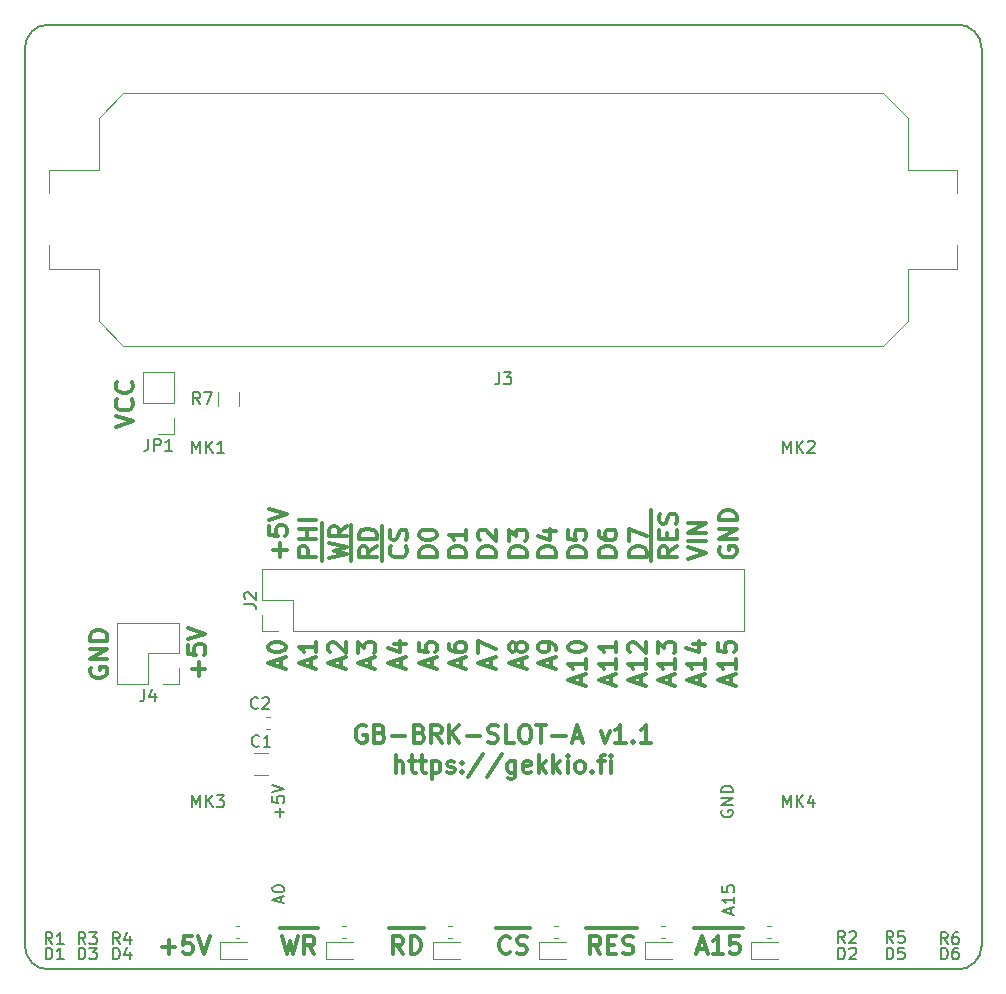
<source format=gbr>
G04 #@! TF.GenerationSoftware,KiCad,Pcbnew,5.1.6-c6e7f7d~86~ubuntu20.04.1*
G04 #@! TF.CreationDate,2020-05-17T15:58:24+03:00*
G04 #@! TF.ProjectId,GB-BRK-SLOT-A,47422d42-524b-42d5-934c-4f542d412e6b,v1.1*
G04 #@! TF.SameCoordinates,Original*
G04 #@! TF.FileFunction,Legend,Top*
G04 #@! TF.FilePolarity,Positive*
%FSLAX46Y46*%
G04 Gerber Fmt 4.6, Leading zero omitted, Abs format (unit mm)*
G04 Created by KiCad (PCBNEW 5.1.6-c6e7f7d~86~ubuntu20.04.1) date 2020-05-17 15:58:24*
%MOMM*%
%LPD*%
G01*
G04 APERTURE LIST*
G04 #@! TA.AperFunction,Profile*
%ADD10C,0.150000*%
G04 #@! TD*
%ADD11C,0.300000*%
%ADD12C,0.150000*%
%ADD13C,0.120000*%
G04 APERTURE END LIST*
D10*
X128000000Y-148000000D02*
G75*
G02*
X126000000Y-150000000I-2000000J0D01*
G01*
X49000000Y-150000000D02*
G75*
G02*
X47000000Y-148000000I0J2000000D01*
G01*
X47000000Y-72000000D02*
G75*
G02*
X49000000Y-70000000I2000000J0D01*
G01*
X126000000Y-70000000D02*
G75*
G02*
X128000000Y-72000000I0J-2000000D01*
G01*
D11*
X54678571Y-104100000D02*
X56178571Y-103600000D01*
X54678571Y-103100000D01*
X56035714Y-101742857D02*
X56107142Y-101814285D01*
X56178571Y-102028571D01*
X56178571Y-102171428D01*
X56107142Y-102385714D01*
X55964285Y-102528571D01*
X55821428Y-102600000D01*
X55535714Y-102671428D01*
X55321428Y-102671428D01*
X55035714Y-102600000D01*
X54892857Y-102528571D01*
X54750000Y-102385714D01*
X54678571Y-102171428D01*
X54678571Y-102028571D01*
X54750000Y-101814285D01*
X54821428Y-101742857D01*
X56035714Y-100242857D02*
X56107142Y-100314285D01*
X56178571Y-100528571D01*
X56178571Y-100671428D01*
X56107142Y-100885714D01*
X55964285Y-101028571D01*
X55821428Y-101100000D01*
X55535714Y-101171428D01*
X55321428Y-101171428D01*
X55035714Y-101100000D01*
X54892857Y-101028571D01*
X54750000Y-100885714D01*
X54678571Y-100671428D01*
X54678571Y-100528571D01*
X54750000Y-100314285D01*
X54821428Y-100242857D01*
X52560000Y-124442857D02*
X52488571Y-124585714D01*
X52488571Y-124800000D01*
X52560000Y-125014285D01*
X52702857Y-125157142D01*
X52845714Y-125228571D01*
X53131428Y-125300000D01*
X53345714Y-125300000D01*
X53631428Y-125228571D01*
X53774285Y-125157142D01*
X53917142Y-125014285D01*
X53988571Y-124800000D01*
X53988571Y-124657142D01*
X53917142Y-124442857D01*
X53845714Y-124371428D01*
X53345714Y-124371428D01*
X53345714Y-124657142D01*
X53988571Y-123728571D02*
X52488571Y-123728571D01*
X53988571Y-122871428D01*
X52488571Y-122871428D01*
X53988571Y-122157142D02*
X52488571Y-122157142D01*
X52488571Y-121800000D01*
X52560000Y-121585714D01*
X52702857Y-121442857D01*
X52845714Y-121371428D01*
X53131428Y-121300000D01*
X53345714Y-121300000D01*
X53631428Y-121371428D01*
X53774285Y-121442857D01*
X53917142Y-121585714D01*
X53988571Y-121800000D01*
X53988571Y-122157142D01*
X61717142Y-125128571D02*
X61717142Y-123985714D01*
X62288571Y-124557142D02*
X61145714Y-124557142D01*
X60788571Y-122557142D02*
X60788571Y-123271428D01*
X61502857Y-123342857D01*
X61431428Y-123271428D01*
X61360000Y-123128571D01*
X61360000Y-122771428D01*
X61431428Y-122628571D01*
X61502857Y-122557142D01*
X61645714Y-122485714D01*
X62002857Y-122485714D01*
X62145714Y-122557142D01*
X62217142Y-122628571D01*
X62288571Y-122771428D01*
X62288571Y-123128571D01*
X62217142Y-123271428D01*
X62145714Y-123342857D01*
X60788571Y-122057142D02*
X62288571Y-121557142D01*
X60788571Y-121057142D01*
X68607142Y-115047857D02*
X68607142Y-113905000D01*
X69178571Y-114476428D02*
X68035714Y-114476428D01*
X67678571Y-112476428D02*
X67678571Y-113190714D01*
X68392857Y-113262142D01*
X68321428Y-113190714D01*
X68250000Y-113047857D01*
X68250000Y-112690714D01*
X68321428Y-112547857D01*
X68392857Y-112476428D01*
X68535714Y-112405000D01*
X68892857Y-112405000D01*
X69035714Y-112476428D01*
X69107142Y-112547857D01*
X69178571Y-112690714D01*
X69178571Y-113047857D01*
X69107142Y-113190714D01*
X69035714Y-113262142D01*
X67678571Y-111976428D02*
X69178571Y-111476428D01*
X67678571Y-110976428D01*
X71678571Y-115047857D02*
X70178571Y-115047857D01*
X70178571Y-114476428D01*
X70250000Y-114333571D01*
X70321428Y-114262142D01*
X70464285Y-114190714D01*
X70678571Y-114190714D01*
X70821428Y-114262142D01*
X70892857Y-114333571D01*
X70964285Y-114476428D01*
X70964285Y-115047857D01*
X71678571Y-113547857D02*
X70178571Y-113547857D01*
X70892857Y-113547857D02*
X70892857Y-112690714D01*
X71678571Y-112690714D02*
X70178571Y-112690714D01*
X71678571Y-111976428D02*
X70178571Y-111976428D01*
X72130000Y-115405000D02*
X72130000Y-113690714D01*
X72778571Y-115190714D02*
X74278571Y-114833571D01*
X73207142Y-114547857D01*
X74278571Y-114262142D01*
X72778571Y-113905000D01*
X72130000Y-113690714D02*
X72130000Y-112190714D01*
X74278571Y-112476428D02*
X73564285Y-112976428D01*
X74278571Y-113333571D02*
X72778571Y-113333571D01*
X72778571Y-112762142D01*
X72850000Y-112619285D01*
X72921428Y-112547857D01*
X73064285Y-112476428D01*
X73278571Y-112476428D01*
X73421428Y-112547857D01*
X73492857Y-112619285D01*
X73564285Y-112762142D01*
X73564285Y-113333571D01*
X74630000Y-115405000D02*
X74630000Y-113905000D01*
X76778571Y-114190714D02*
X76064285Y-114690714D01*
X76778571Y-115047857D02*
X75278571Y-115047857D01*
X75278571Y-114476428D01*
X75350000Y-114333571D01*
X75421428Y-114262142D01*
X75564285Y-114190714D01*
X75778571Y-114190714D01*
X75921428Y-114262142D01*
X75992857Y-114333571D01*
X76064285Y-114476428D01*
X76064285Y-115047857D01*
X74630000Y-113905000D02*
X74630000Y-112405000D01*
X76778571Y-113547857D02*
X75278571Y-113547857D01*
X75278571Y-113190714D01*
X75350000Y-112976428D01*
X75492857Y-112833571D01*
X75635714Y-112762142D01*
X75921428Y-112690714D01*
X76135714Y-112690714D01*
X76421428Y-112762142D01*
X76564285Y-112833571D01*
X76707142Y-112976428D01*
X76778571Y-113190714D01*
X76778571Y-113547857D01*
X77230000Y-115405000D02*
X77230000Y-113905000D01*
X79235714Y-114190714D02*
X79307142Y-114262142D01*
X79378571Y-114476428D01*
X79378571Y-114619285D01*
X79307142Y-114833571D01*
X79164285Y-114976428D01*
X79021428Y-115047857D01*
X78735714Y-115119285D01*
X78521428Y-115119285D01*
X78235714Y-115047857D01*
X78092857Y-114976428D01*
X77950000Y-114833571D01*
X77878571Y-114619285D01*
X77878571Y-114476428D01*
X77950000Y-114262142D01*
X78021428Y-114190714D01*
X77230000Y-113905000D02*
X77230000Y-112476428D01*
X79307142Y-113619285D02*
X79378571Y-113405000D01*
X79378571Y-113047857D01*
X79307142Y-112905000D01*
X79235714Y-112833571D01*
X79092857Y-112762142D01*
X78950000Y-112762142D01*
X78807142Y-112833571D01*
X78735714Y-112905000D01*
X78664285Y-113047857D01*
X78592857Y-113333571D01*
X78521428Y-113476428D01*
X78450000Y-113547857D01*
X78307142Y-113619285D01*
X78164285Y-113619285D01*
X78021428Y-113547857D01*
X77950000Y-113476428D01*
X77878571Y-113333571D01*
X77878571Y-112976428D01*
X77950000Y-112762142D01*
X81878571Y-115047857D02*
X80378571Y-115047857D01*
X80378571Y-114690714D01*
X80450000Y-114476428D01*
X80592857Y-114333571D01*
X80735714Y-114262142D01*
X81021428Y-114190714D01*
X81235714Y-114190714D01*
X81521428Y-114262142D01*
X81664285Y-114333571D01*
X81807142Y-114476428D01*
X81878571Y-114690714D01*
X81878571Y-115047857D01*
X80378571Y-113262142D02*
X80378571Y-113119285D01*
X80450000Y-112976428D01*
X80521428Y-112905000D01*
X80664285Y-112833571D01*
X80950000Y-112762142D01*
X81307142Y-112762142D01*
X81592857Y-112833571D01*
X81735714Y-112905000D01*
X81807142Y-112976428D01*
X81878571Y-113119285D01*
X81878571Y-113262142D01*
X81807142Y-113405000D01*
X81735714Y-113476428D01*
X81592857Y-113547857D01*
X81307142Y-113619285D01*
X80950000Y-113619285D01*
X80664285Y-113547857D01*
X80521428Y-113476428D01*
X80450000Y-113405000D01*
X80378571Y-113262142D01*
X84378571Y-115047857D02*
X82878571Y-115047857D01*
X82878571Y-114690714D01*
X82950000Y-114476428D01*
X83092857Y-114333571D01*
X83235714Y-114262142D01*
X83521428Y-114190714D01*
X83735714Y-114190714D01*
X84021428Y-114262142D01*
X84164285Y-114333571D01*
X84307142Y-114476428D01*
X84378571Y-114690714D01*
X84378571Y-115047857D01*
X84378571Y-112762142D02*
X84378571Y-113619285D01*
X84378571Y-113190714D02*
X82878571Y-113190714D01*
X83092857Y-113333571D01*
X83235714Y-113476428D01*
X83307142Y-113619285D01*
X86878571Y-115047857D02*
X85378571Y-115047857D01*
X85378571Y-114690714D01*
X85450000Y-114476428D01*
X85592857Y-114333571D01*
X85735714Y-114262142D01*
X86021428Y-114190714D01*
X86235714Y-114190714D01*
X86521428Y-114262142D01*
X86664285Y-114333571D01*
X86807142Y-114476428D01*
X86878571Y-114690714D01*
X86878571Y-115047857D01*
X85521428Y-113619285D02*
X85450000Y-113547857D01*
X85378571Y-113405000D01*
X85378571Y-113047857D01*
X85450000Y-112905000D01*
X85521428Y-112833571D01*
X85664285Y-112762142D01*
X85807142Y-112762142D01*
X86021428Y-112833571D01*
X86878571Y-113690714D01*
X86878571Y-112762142D01*
X89478571Y-115047857D02*
X87978571Y-115047857D01*
X87978571Y-114690714D01*
X88050000Y-114476428D01*
X88192857Y-114333571D01*
X88335714Y-114262142D01*
X88621428Y-114190714D01*
X88835714Y-114190714D01*
X89121428Y-114262142D01*
X89264285Y-114333571D01*
X89407142Y-114476428D01*
X89478571Y-114690714D01*
X89478571Y-115047857D01*
X87978571Y-113690714D02*
X87978571Y-112762142D01*
X88550000Y-113262142D01*
X88550000Y-113047857D01*
X88621428Y-112905000D01*
X88692857Y-112833571D01*
X88835714Y-112762142D01*
X89192857Y-112762142D01*
X89335714Y-112833571D01*
X89407142Y-112905000D01*
X89478571Y-113047857D01*
X89478571Y-113476428D01*
X89407142Y-113619285D01*
X89335714Y-113690714D01*
X91978571Y-115047857D02*
X90478571Y-115047857D01*
X90478571Y-114690714D01*
X90550000Y-114476428D01*
X90692857Y-114333571D01*
X90835714Y-114262142D01*
X91121428Y-114190714D01*
X91335714Y-114190714D01*
X91621428Y-114262142D01*
X91764285Y-114333571D01*
X91907142Y-114476428D01*
X91978571Y-114690714D01*
X91978571Y-115047857D01*
X90978571Y-112905000D02*
X91978571Y-112905000D01*
X90407142Y-113262142D02*
X91478571Y-113619285D01*
X91478571Y-112690714D01*
X94478571Y-115047857D02*
X92978571Y-115047857D01*
X92978571Y-114690714D01*
X93050000Y-114476428D01*
X93192857Y-114333571D01*
X93335714Y-114262142D01*
X93621428Y-114190714D01*
X93835714Y-114190714D01*
X94121428Y-114262142D01*
X94264285Y-114333571D01*
X94407142Y-114476428D01*
X94478571Y-114690714D01*
X94478571Y-115047857D01*
X92978571Y-112833571D02*
X92978571Y-113547857D01*
X93692857Y-113619285D01*
X93621428Y-113547857D01*
X93550000Y-113405000D01*
X93550000Y-113047857D01*
X93621428Y-112905000D01*
X93692857Y-112833571D01*
X93835714Y-112762142D01*
X94192857Y-112762142D01*
X94335714Y-112833571D01*
X94407142Y-112905000D01*
X94478571Y-113047857D01*
X94478571Y-113405000D01*
X94407142Y-113547857D01*
X94335714Y-113619285D01*
X97078571Y-115047857D02*
X95578571Y-115047857D01*
X95578571Y-114690714D01*
X95650000Y-114476428D01*
X95792857Y-114333571D01*
X95935714Y-114262142D01*
X96221428Y-114190714D01*
X96435714Y-114190714D01*
X96721428Y-114262142D01*
X96864285Y-114333571D01*
X97007142Y-114476428D01*
X97078571Y-114690714D01*
X97078571Y-115047857D01*
X95578571Y-112905000D02*
X95578571Y-113190714D01*
X95650000Y-113333571D01*
X95721428Y-113405000D01*
X95935714Y-113547857D01*
X96221428Y-113619285D01*
X96792857Y-113619285D01*
X96935714Y-113547857D01*
X97007142Y-113476428D01*
X97078571Y-113333571D01*
X97078571Y-113047857D01*
X97007142Y-112905000D01*
X96935714Y-112833571D01*
X96792857Y-112762142D01*
X96435714Y-112762142D01*
X96292857Y-112833571D01*
X96221428Y-112905000D01*
X96150000Y-113047857D01*
X96150000Y-113333571D01*
X96221428Y-113476428D01*
X96292857Y-113547857D01*
X96435714Y-113619285D01*
X99678571Y-115047857D02*
X98178571Y-115047857D01*
X98178571Y-114690714D01*
X98250000Y-114476428D01*
X98392857Y-114333571D01*
X98535714Y-114262142D01*
X98821428Y-114190714D01*
X99035714Y-114190714D01*
X99321428Y-114262142D01*
X99464285Y-114333571D01*
X99607142Y-114476428D01*
X99678571Y-114690714D01*
X99678571Y-115047857D01*
X98178571Y-113690714D02*
X98178571Y-112690714D01*
X99678571Y-113333571D01*
X100030000Y-115405000D02*
X100030000Y-113905000D01*
X102178571Y-114190714D02*
X101464285Y-114690714D01*
X102178571Y-115047857D02*
X100678571Y-115047857D01*
X100678571Y-114476428D01*
X100750000Y-114333571D01*
X100821428Y-114262142D01*
X100964285Y-114190714D01*
X101178571Y-114190714D01*
X101321428Y-114262142D01*
X101392857Y-114333571D01*
X101464285Y-114476428D01*
X101464285Y-115047857D01*
X100030000Y-113905000D02*
X100030000Y-112547857D01*
X101392857Y-113547857D02*
X101392857Y-113047857D01*
X102178571Y-112833571D02*
X102178571Y-113547857D01*
X100678571Y-113547857D01*
X100678571Y-112833571D01*
X100030000Y-112547857D02*
X100030000Y-111119285D01*
X102107142Y-112262142D02*
X102178571Y-112047857D01*
X102178571Y-111690714D01*
X102107142Y-111547857D01*
X102035714Y-111476428D01*
X101892857Y-111405000D01*
X101750000Y-111405000D01*
X101607142Y-111476428D01*
X101535714Y-111547857D01*
X101464285Y-111690714D01*
X101392857Y-111976428D01*
X101321428Y-112119285D01*
X101250000Y-112190714D01*
X101107142Y-112262142D01*
X100964285Y-112262142D01*
X100821428Y-112190714D01*
X100750000Y-112119285D01*
X100678571Y-111976428D01*
X100678571Y-111619285D01*
X100750000Y-111405000D01*
X103178571Y-115262142D02*
X104678571Y-114762142D01*
X103178571Y-114262142D01*
X104678571Y-113762142D02*
X103178571Y-113762142D01*
X104678571Y-113047857D02*
X103178571Y-113047857D01*
X104678571Y-112190714D01*
X103178571Y-112190714D01*
X105850000Y-114262142D02*
X105778571Y-114405000D01*
X105778571Y-114619285D01*
X105850000Y-114833571D01*
X105992857Y-114976428D01*
X106135714Y-115047857D01*
X106421428Y-115119285D01*
X106635714Y-115119285D01*
X106921428Y-115047857D01*
X107064285Y-114976428D01*
X107207142Y-114833571D01*
X107278571Y-114619285D01*
X107278571Y-114476428D01*
X107207142Y-114262142D01*
X107135714Y-114190714D01*
X106635714Y-114190714D01*
X106635714Y-114476428D01*
X107278571Y-113547857D02*
X105778571Y-113547857D01*
X107278571Y-112690714D01*
X105778571Y-112690714D01*
X107278571Y-111976428D02*
X105778571Y-111976428D01*
X105778571Y-111619285D01*
X105850000Y-111405000D01*
X105992857Y-111262142D01*
X106135714Y-111190714D01*
X106421428Y-111119285D01*
X106635714Y-111119285D01*
X106921428Y-111190714D01*
X107064285Y-111262142D01*
X107207142Y-111405000D01*
X107278571Y-111619285D01*
X107278571Y-111976428D01*
X73750000Y-124423571D02*
X73750000Y-123709285D01*
X74178571Y-124566428D02*
X72678571Y-124066428D01*
X74178571Y-123566428D01*
X72821428Y-123137857D02*
X72750000Y-123066428D01*
X72678571Y-122923571D01*
X72678571Y-122566428D01*
X72750000Y-122423571D01*
X72821428Y-122352142D01*
X72964285Y-122280714D01*
X73107142Y-122280714D01*
X73321428Y-122352142D01*
X74178571Y-123209285D01*
X74178571Y-122280714D01*
X76250000Y-124423571D02*
X76250000Y-123709285D01*
X76678571Y-124566428D02*
X75178571Y-124066428D01*
X76678571Y-123566428D01*
X75178571Y-123209285D02*
X75178571Y-122280714D01*
X75750000Y-122780714D01*
X75750000Y-122566428D01*
X75821428Y-122423571D01*
X75892857Y-122352142D01*
X76035714Y-122280714D01*
X76392857Y-122280714D01*
X76535714Y-122352142D01*
X76607142Y-122423571D01*
X76678571Y-122566428D01*
X76678571Y-122995000D01*
X76607142Y-123137857D01*
X76535714Y-123209285D01*
X78850000Y-124423571D02*
X78850000Y-123709285D01*
X79278571Y-124566428D02*
X77778571Y-124066428D01*
X79278571Y-123566428D01*
X78278571Y-122423571D02*
X79278571Y-122423571D01*
X77707142Y-122780714D02*
X78778571Y-123137857D01*
X78778571Y-122209285D01*
X81450000Y-124423571D02*
X81450000Y-123709285D01*
X81878571Y-124566428D02*
X80378571Y-124066428D01*
X81878571Y-123566428D01*
X80378571Y-122352142D02*
X80378571Y-123066428D01*
X81092857Y-123137857D01*
X81021428Y-123066428D01*
X80950000Y-122923571D01*
X80950000Y-122566428D01*
X81021428Y-122423571D01*
X81092857Y-122352142D01*
X81235714Y-122280714D01*
X81592857Y-122280714D01*
X81735714Y-122352142D01*
X81807142Y-122423571D01*
X81878571Y-122566428D01*
X81878571Y-122923571D01*
X81807142Y-123066428D01*
X81735714Y-123137857D01*
X83950000Y-124423571D02*
X83950000Y-123709285D01*
X84378571Y-124566428D02*
X82878571Y-124066428D01*
X84378571Y-123566428D01*
X82878571Y-122423571D02*
X82878571Y-122709285D01*
X82950000Y-122852142D01*
X83021428Y-122923571D01*
X83235714Y-123066428D01*
X83521428Y-123137857D01*
X84092857Y-123137857D01*
X84235714Y-123066428D01*
X84307142Y-122995000D01*
X84378571Y-122852142D01*
X84378571Y-122566428D01*
X84307142Y-122423571D01*
X84235714Y-122352142D01*
X84092857Y-122280714D01*
X83735714Y-122280714D01*
X83592857Y-122352142D01*
X83521428Y-122423571D01*
X83450000Y-122566428D01*
X83450000Y-122852142D01*
X83521428Y-122995000D01*
X83592857Y-123066428D01*
X83735714Y-123137857D01*
X86450000Y-124423571D02*
X86450000Y-123709285D01*
X86878571Y-124566428D02*
X85378571Y-124066428D01*
X86878571Y-123566428D01*
X85378571Y-123209285D02*
X85378571Y-122209285D01*
X86878571Y-122852142D01*
X89050000Y-124423571D02*
X89050000Y-123709285D01*
X89478571Y-124566428D02*
X87978571Y-124066428D01*
X89478571Y-123566428D01*
X88621428Y-122852142D02*
X88550000Y-122995000D01*
X88478571Y-123066428D01*
X88335714Y-123137857D01*
X88264285Y-123137857D01*
X88121428Y-123066428D01*
X88050000Y-122995000D01*
X87978571Y-122852142D01*
X87978571Y-122566428D01*
X88050000Y-122423571D01*
X88121428Y-122352142D01*
X88264285Y-122280714D01*
X88335714Y-122280714D01*
X88478571Y-122352142D01*
X88550000Y-122423571D01*
X88621428Y-122566428D01*
X88621428Y-122852142D01*
X88692857Y-122995000D01*
X88764285Y-123066428D01*
X88907142Y-123137857D01*
X89192857Y-123137857D01*
X89335714Y-123066428D01*
X89407142Y-122995000D01*
X89478571Y-122852142D01*
X89478571Y-122566428D01*
X89407142Y-122423571D01*
X89335714Y-122352142D01*
X89192857Y-122280714D01*
X88907142Y-122280714D01*
X88764285Y-122352142D01*
X88692857Y-122423571D01*
X88621428Y-122566428D01*
X91550000Y-124423571D02*
X91550000Y-123709285D01*
X91978571Y-124566428D02*
X90478571Y-124066428D01*
X91978571Y-123566428D01*
X91978571Y-122995000D02*
X91978571Y-122709285D01*
X91907142Y-122566428D01*
X91835714Y-122495000D01*
X91621428Y-122352142D01*
X91335714Y-122280714D01*
X90764285Y-122280714D01*
X90621428Y-122352142D01*
X90550000Y-122423571D01*
X90478571Y-122566428D01*
X90478571Y-122852142D01*
X90550000Y-122995000D01*
X90621428Y-123066428D01*
X90764285Y-123137857D01*
X91121428Y-123137857D01*
X91264285Y-123066428D01*
X91335714Y-122995000D01*
X91407142Y-122852142D01*
X91407142Y-122566428D01*
X91335714Y-122423571D01*
X91264285Y-122352142D01*
X91121428Y-122280714D01*
X94050000Y-125852142D02*
X94050000Y-125137857D01*
X94478571Y-125995000D02*
X92978571Y-125495000D01*
X94478571Y-124995000D01*
X94478571Y-123709285D02*
X94478571Y-124566428D01*
X94478571Y-124137857D02*
X92978571Y-124137857D01*
X93192857Y-124280714D01*
X93335714Y-124423571D01*
X93407142Y-124566428D01*
X92978571Y-122780714D02*
X92978571Y-122637857D01*
X93050000Y-122495000D01*
X93121428Y-122423571D01*
X93264285Y-122352142D01*
X93550000Y-122280714D01*
X93907142Y-122280714D01*
X94192857Y-122352142D01*
X94335714Y-122423571D01*
X94407142Y-122495000D01*
X94478571Y-122637857D01*
X94478571Y-122780714D01*
X94407142Y-122923571D01*
X94335714Y-122995000D01*
X94192857Y-123066428D01*
X93907142Y-123137857D01*
X93550000Y-123137857D01*
X93264285Y-123066428D01*
X93121428Y-122995000D01*
X93050000Y-122923571D01*
X92978571Y-122780714D01*
X96650000Y-125852142D02*
X96650000Y-125137857D01*
X97078571Y-125995000D02*
X95578571Y-125495000D01*
X97078571Y-124995000D01*
X97078571Y-123709285D02*
X97078571Y-124566428D01*
X97078571Y-124137857D02*
X95578571Y-124137857D01*
X95792857Y-124280714D01*
X95935714Y-124423571D01*
X96007142Y-124566428D01*
X97078571Y-122280714D02*
X97078571Y-123137857D01*
X97078571Y-122709285D02*
X95578571Y-122709285D01*
X95792857Y-122852142D01*
X95935714Y-122995000D01*
X96007142Y-123137857D01*
X99150000Y-125852142D02*
X99150000Y-125137857D01*
X99578571Y-125995000D02*
X98078571Y-125495000D01*
X99578571Y-124995000D01*
X99578571Y-123709285D02*
X99578571Y-124566428D01*
X99578571Y-124137857D02*
X98078571Y-124137857D01*
X98292857Y-124280714D01*
X98435714Y-124423571D01*
X98507142Y-124566428D01*
X98221428Y-123137857D02*
X98150000Y-123066428D01*
X98078571Y-122923571D01*
X98078571Y-122566428D01*
X98150000Y-122423571D01*
X98221428Y-122352142D01*
X98364285Y-122280714D01*
X98507142Y-122280714D01*
X98721428Y-122352142D01*
X99578571Y-123209285D01*
X99578571Y-122280714D01*
X101650000Y-125852142D02*
X101650000Y-125137857D01*
X102078571Y-125995000D02*
X100578571Y-125495000D01*
X102078571Y-124995000D01*
X102078571Y-123709285D02*
X102078571Y-124566428D01*
X102078571Y-124137857D02*
X100578571Y-124137857D01*
X100792857Y-124280714D01*
X100935714Y-124423571D01*
X101007142Y-124566428D01*
X100578571Y-123209285D02*
X100578571Y-122280714D01*
X101150000Y-122780714D01*
X101150000Y-122566428D01*
X101221428Y-122423571D01*
X101292857Y-122352142D01*
X101435714Y-122280714D01*
X101792857Y-122280714D01*
X101935714Y-122352142D01*
X102007142Y-122423571D01*
X102078571Y-122566428D01*
X102078571Y-122995000D01*
X102007142Y-123137857D01*
X101935714Y-123209285D01*
X104150000Y-125852142D02*
X104150000Y-125137857D01*
X104578571Y-125995000D02*
X103078571Y-125495000D01*
X104578571Y-124995000D01*
X104578571Y-123709285D02*
X104578571Y-124566428D01*
X104578571Y-124137857D02*
X103078571Y-124137857D01*
X103292857Y-124280714D01*
X103435714Y-124423571D01*
X103507142Y-124566428D01*
X103578571Y-122423571D02*
X104578571Y-122423571D01*
X103007142Y-122780714D02*
X104078571Y-123137857D01*
X104078571Y-122209285D01*
X106750000Y-125852142D02*
X106750000Y-125137857D01*
X107178571Y-125995000D02*
X105678571Y-125495000D01*
X107178571Y-124995000D01*
X107178571Y-123709285D02*
X107178571Y-124566428D01*
X107178571Y-124137857D02*
X105678571Y-124137857D01*
X105892857Y-124280714D01*
X106035714Y-124423571D01*
X106107142Y-124566428D01*
X105678571Y-122352142D02*
X105678571Y-123066428D01*
X106392857Y-123137857D01*
X106321428Y-123066428D01*
X106250000Y-122923571D01*
X106250000Y-122566428D01*
X106321428Y-122423571D01*
X106392857Y-122352142D01*
X106535714Y-122280714D01*
X106892857Y-122280714D01*
X107035714Y-122352142D01*
X107107142Y-122423571D01*
X107178571Y-122566428D01*
X107178571Y-122923571D01*
X107107142Y-123066428D01*
X107035714Y-123137857D01*
X71250000Y-124423571D02*
X71250000Y-123709285D01*
X71678571Y-124566428D02*
X70178571Y-124066428D01*
X71678571Y-123566428D01*
X71678571Y-122280714D02*
X71678571Y-123137857D01*
X71678571Y-122709285D02*
X70178571Y-122709285D01*
X70392857Y-122852142D01*
X70535714Y-122995000D01*
X70607142Y-123137857D01*
X68650000Y-124423571D02*
X68650000Y-123709285D01*
X69078571Y-124566428D02*
X67578571Y-124066428D01*
X69078571Y-123566428D01*
X67578571Y-122780714D02*
X67578571Y-122637857D01*
X67650000Y-122495000D01*
X67721428Y-122423571D01*
X67864285Y-122352142D01*
X68150000Y-122280714D01*
X68507142Y-122280714D01*
X68792857Y-122352142D01*
X68935714Y-122423571D01*
X69007142Y-122495000D01*
X69078571Y-122637857D01*
X69078571Y-122780714D01*
X69007142Y-122923571D01*
X68935714Y-122995000D01*
X68792857Y-123066428D01*
X68507142Y-123137857D01*
X68150000Y-123137857D01*
X67864285Y-123066428D01*
X67721428Y-122995000D01*
X67650000Y-122923571D01*
X67578571Y-122780714D01*
X75857142Y-129375000D02*
X75714285Y-129303571D01*
X75500000Y-129303571D01*
X75285714Y-129375000D01*
X75142857Y-129517857D01*
X75071428Y-129660714D01*
X75000000Y-129946428D01*
X75000000Y-130160714D01*
X75071428Y-130446428D01*
X75142857Y-130589285D01*
X75285714Y-130732142D01*
X75500000Y-130803571D01*
X75642857Y-130803571D01*
X75857142Y-130732142D01*
X75928571Y-130660714D01*
X75928571Y-130160714D01*
X75642857Y-130160714D01*
X77071428Y-130017857D02*
X77285714Y-130089285D01*
X77357142Y-130160714D01*
X77428571Y-130303571D01*
X77428571Y-130517857D01*
X77357142Y-130660714D01*
X77285714Y-130732142D01*
X77142857Y-130803571D01*
X76571428Y-130803571D01*
X76571428Y-129303571D01*
X77071428Y-129303571D01*
X77214285Y-129375000D01*
X77285714Y-129446428D01*
X77357142Y-129589285D01*
X77357142Y-129732142D01*
X77285714Y-129875000D01*
X77214285Y-129946428D01*
X77071428Y-130017857D01*
X76571428Y-130017857D01*
X78071428Y-130232142D02*
X79214285Y-130232142D01*
X80428571Y-130017857D02*
X80642857Y-130089285D01*
X80714285Y-130160714D01*
X80785714Y-130303571D01*
X80785714Y-130517857D01*
X80714285Y-130660714D01*
X80642857Y-130732142D01*
X80500000Y-130803571D01*
X79928571Y-130803571D01*
X79928571Y-129303571D01*
X80428571Y-129303571D01*
X80571428Y-129375000D01*
X80642857Y-129446428D01*
X80714285Y-129589285D01*
X80714285Y-129732142D01*
X80642857Y-129875000D01*
X80571428Y-129946428D01*
X80428571Y-130017857D01*
X79928571Y-130017857D01*
X82285714Y-130803571D02*
X81785714Y-130089285D01*
X81428571Y-130803571D02*
X81428571Y-129303571D01*
X82000000Y-129303571D01*
X82142857Y-129375000D01*
X82214285Y-129446428D01*
X82285714Y-129589285D01*
X82285714Y-129803571D01*
X82214285Y-129946428D01*
X82142857Y-130017857D01*
X82000000Y-130089285D01*
X81428571Y-130089285D01*
X82928571Y-130803571D02*
X82928571Y-129303571D01*
X83785714Y-130803571D02*
X83142857Y-129946428D01*
X83785714Y-129303571D02*
X82928571Y-130160714D01*
X84428571Y-130232142D02*
X85571428Y-130232142D01*
X86214285Y-130732142D02*
X86428571Y-130803571D01*
X86785714Y-130803571D01*
X86928571Y-130732142D01*
X87000000Y-130660714D01*
X87071428Y-130517857D01*
X87071428Y-130375000D01*
X87000000Y-130232142D01*
X86928571Y-130160714D01*
X86785714Y-130089285D01*
X86500000Y-130017857D01*
X86357142Y-129946428D01*
X86285714Y-129875000D01*
X86214285Y-129732142D01*
X86214285Y-129589285D01*
X86285714Y-129446428D01*
X86357142Y-129375000D01*
X86500000Y-129303571D01*
X86857142Y-129303571D01*
X87071428Y-129375000D01*
X88428571Y-130803571D02*
X87714285Y-130803571D01*
X87714285Y-129303571D01*
X89214285Y-129303571D02*
X89500000Y-129303571D01*
X89642857Y-129375000D01*
X89785714Y-129517857D01*
X89857142Y-129803571D01*
X89857142Y-130303571D01*
X89785714Y-130589285D01*
X89642857Y-130732142D01*
X89500000Y-130803571D01*
X89214285Y-130803571D01*
X89071428Y-130732142D01*
X88928571Y-130589285D01*
X88857142Y-130303571D01*
X88857142Y-129803571D01*
X88928571Y-129517857D01*
X89071428Y-129375000D01*
X89214285Y-129303571D01*
X90285714Y-129303571D02*
X91142857Y-129303571D01*
X90714285Y-130803571D02*
X90714285Y-129303571D01*
X91642857Y-130232142D02*
X92785714Y-130232142D01*
X93428571Y-130375000D02*
X94142857Y-130375000D01*
X93285714Y-130803571D02*
X93785714Y-129303571D01*
X94285714Y-130803571D01*
X95785714Y-129803571D02*
X96142857Y-130803571D01*
X96500000Y-129803571D01*
X97857142Y-130803571D02*
X97000000Y-130803571D01*
X97428571Y-130803571D02*
X97428571Y-129303571D01*
X97285714Y-129517857D01*
X97142857Y-129660714D01*
X97000000Y-129732142D01*
X98500000Y-130660714D02*
X98571428Y-130732142D01*
X98500000Y-130803571D01*
X98428571Y-130732142D01*
X98500000Y-130660714D01*
X98500000Y-130803571D01*
X100000000Y-130803571D02*
X99142857Y-130803571D01*
X99571428Y-130803571D02*
X99571428Y-129303571D01*
X99428571Y-129517857D01*
X99285714Y-129660714D01*
X99142857Y-129732142D01*
X78392857Y-133353571D02*
X78392857Y-131853571D01*
X79035714Y-133353571D02*
X79035714Y-132567857D01*
X78964285Y-132425000D01*
X78821428Y-132353571D01*
X78607142Y-132353571D01*
X78464285Y-132425000D01*
X78392857Y-132496428D01*
X79535714Y-132353571D02*
X80107142Y-132353571D01*
X79750000Y-131853571D02*
X79750000Y-133139285D01*
X79821428Y-133282142D01*
X79964285Y-133353571D01*
X80107142Y-133353571D01*
X80392857Y-132353571D02*
X80964285Y-132353571D01*
X80607142Y-131853571D02*
X80607142Y-133139285D01*
X80678571Y-133282142D01*
X80821428Y-133353571D01*
X80964285Y-133353571D01*
X81464285Y-132353571D02*
X81464285Y-133853571D01*
X81464285Y-132425000D02*
X81607142Y-132353571D01*
X81892857Y-132353571D01*
X82035714Y-132425000D01*
X82107142Y-132496428D01*
X82178571Y-132639285D01*
X82178571Y-133067857D01*
X82107142Y-133210714D01*
X82035714Y-133282142D01*
X81892857Y-133353571D01*
X81607142Y-133353571D01*
X81464285Y-133282142D01*
X82750000Y-133282142D02*
X82892857Y-133353571D01*
X83178571Y-133353571D01*
X83321428Y-133282142D01*
X83392857Y-133139285D01*
X83392857Y-133067857D01*
X83321428Y-132925000D01*
X83178571Y-132853571D01*
X82964285Y-132853571D01*
X82821428Y-132782142D01*
X82750000Y-132639285D01*
X82750000Y-132567857D01*
X82821428Y-132425000D01*
X82964285Y-132353571D01*
X83178571Y-132353571D01*
X83321428Y-132425000D01*
X84035714Y-133210714D02*
X84107142Y-133282142D01*
X84035714Y-133353571D01*
X83964285Y-133282142D01*
X84035714Y-133210714D01*
X84035714Y-133353571D01*
X84035714Y-132425000D02*
X84107142Y-132496428D01*
X84035714Y-132567857D01*
X83964285Y-132496428D01*
X84035714Y-132425000D01*
X84035714Y-132567857D01*
X85821428Y-131782142D02*
X84535714Y-133710714D01*
X87392857Y-131782142D02*
X86107142Y-133710714D01*
X88535714Y-132353571D02*
X88535714Y-133567857D01*
X88464285Y-133710714D01*
X88392857Y-133782142D01*
X88250000Y-133853571D01*
X88035714Y-133853571D01*
X87892857Y-133782142D01*
X88535714Y-133282142D02*
X88392857Y-133353571D01*
X88107142Y-133353571D01*
X87964285Y-133282142D01*
X87892857Y-133210714D01*
X87821428Y-133067857D01*
X87821428Y-132639285D01*
X87892857Y-132496428D01*
X87964285Y-132425000D01*
X88107142Y-132353571D01*
X88392857Y-132353571D01*
X88535714Y-132425000D01*
X89821428Y-133282142D02*
X89678571Y-133353571D01*
X89392857Y-133353571D01*
X89250000Y-133282142D01*
X89178571Y-133139285D01*
X89178571Y-132567857D01*
X89250000Y-132425000D01*
X89392857Y-132353571D01*
X89678571Y-132353571D01*
X89821428Y-132425000D01*
X89892857Y-132567857D01*
X89892857Y-132710714D01*
X89178571Y-132853571D01*
X90535714Y-133353571D02*
X90535714Y-131853571D01*
X90678571Y-132782142D02*
X91107142Y-133353571D01*
X91107142Y-132353571D02*
X90535714Y-132925000D01*
X91750000Y-133353571D02*
X91750000Y-131853571D01*
X91892857Y-132782142D02*
X92321428Y-133353571D01*
X92321428Y-132353571D02*
X91750000Y-132925000D01*
X92964285Y-133353571D02*
X92964285Y-132353571D01*
X92964285Y-131853571D02*
X92892857Y-131925000D01*
X92964285Y-131996428D01*
X93035714Y-131925000D01*
X92964285Y-131853571D01*
X92964285Y-131996428D01*
X93892857Y-133353571D02*
X93750000Y-133282142D01*
X93678571Y-133210714D01*
X93607142Y-133067857D01*
X93607142Y-132639285D01*
X93678571Y-132496428D01*
X93750000Y-132425000D01*
X93892857Y-132353571D01*
X94107142Y-132353571D01*
X94250000Y-132425000D01*
X94321428Y-132496428D01*
X94392857Y-132639285D01*
X94392857Y-133067857D01*
X94321428Y-133210714D01*
X94250000Y-133282142D01*
X94107142Y-133353571D01*
X93892857Y-133353571D01*
X95035714Y-133210714D02*
X95107142Y-133282142D01*
X95035714Y-133353571D01*
X94964285Y-133282142D01*
X95035714Y-133210714D01*
X95035714Y-133353571D01*
X95535714Y-132353571D02*
X96107142Y-132353571D01*
X95750000Y-133353571D02*
X95750000Y-132067857D01*
X95821428Y-131925000D01*
X95964285Y-131853571D01*
X96107142Y-131853571D01*
X96607142Y-133353571D02*
X96607142Y-132353571D01*
X96607142Y-131853571D02*
X96535714Y-131925000D01*
X96607142Y-131996428D01*
X96678571Y-131925000D01*
X96607142Y-131853571D01*
X96607142Y-131996428D01*
D12*
X106000000Y-136540595D02*
X105952380Y-136635833D01*
X105952380Y-136778690D01*
X106000000Y-136921547D01*
X106095238Y-137016785D01*
X106190476Y-137064404D01*
X106380952Y-137112023D01*
X106523809Y-137112023D01*
X106714285Y-137064404D01*
X106809523Y-137016785D01*
X106904761Y-136921547D01*
X106952380Y-136778690D01*
X106952380Y-136683452D01*
X106904761Y-136540595D01*
X106857142Y-136492976D01*
X106523809Y-136492976D01*
X106523809Y-136683452D01*
X106952380Y-136064404D02*
X105952380Y-136064404D01*
X106952380Y-135492976D01*
X105952380Y-135492976D01*
X106952380Y-135016785D02*
X105952380Y-135016785D01*
X105952380Y-134778690D01*
X106000000Y-134635833D01*
X106095238Y-134540595D01*
X106190476Y-134492976D01*
X106380952Y-134445357D01*
X106523809Y-134445357D01*
X106714285Y-134492976D01*
X106809523Y-134540595D01*
X106904761Y-134635833D01*
X106952380Y-134778690D01*
X106952380Y-135016785D01*
X106766666Y-145268928D02*
X106766666Y-144792738D01*
X107052380Y-145364166D02*
X106052380Y-145030833D01*
X107052380Y-144697500D01*
X107052380Y-143840357D02*
X107052380Y-144411785D01*
X107052380Y-144126071D02*
X106052380Y-144126071D01*
X106195238Y-144221309D01*
X106290476Y-144316547D01*
X106338095Y-144411785D01*
X106052380Y-142935595D02*
X106052380Y-143411785D01*
X106528571Y-143459404D01*
X106480952Y-143411785D01*
X106433333Y-143316547D01*
X106433333Y-143078452D01*
X106480952Y-142983214D01*
X106528571Y-142935595D01*
X106623809Y-142887976D01*
X106861904Y-142887976D01*
X106957142Y-142935595D01*
X107004761Y-142983214D01*
X107052380Y-143078452D01*
X107052380Y-143316547D01*
X107004761Y-143411785D01*
X106957142Y-143459404D01*
X68666666Y-144316547D02*
X68666666Y-143840357D01*
X68952380Y-144411785D02*
X67952380Y-144078452D01*
X68952380Y-143745119D01*
X67952380Y-143221309D02*
X67952380Y-143126071D01*
X68000000Y-143030833D01*
X68047619Y-142983214D01*
X68142857Y-142935595D01*
X68333333Y-142887976D01*
X68571428Y-142887976D01*
X68761904Y-142935595D01*
X68857142Y-142983214D01*
X68904761Y-143030833D01*
X68952380Y-143126071D01*
X68952380Y-143221309D01*
X68904761Y-143316547D01*
X68857142Y-143364166D01*
X68761904Y-143411785D01*
X68571428Y-143459404D01*
X68333333Y-143459404D01*
X68142857Y-143411785D01*
X68047619Y-143364166D01*
X68000000Y-143316547D01*
X67952380Y-143221309D01*
X68571428Y-137064404D02*
X68571428Y-136302500D01*
X68952380Y-136683452D02*
X68190476Y-136683452D01*
X67952380Y-135350119D02*
X67952380Y-135826309D01*
X68428571Y-135873928D01*
X68380952Y-135826309D01*
X68333333Y-135731071D01*
X68333333Y-135492976D01*
X68380952Y-135397738D01*
X68428571Y-135350119D01*
X68523809Y-135302500D01*
X68761904Y-135302500D01*
X68857142Y-135350119D01*
X68904761Y-135397738D01*
X68952380Y-135492976D01*
X68952380Y-135731071D01*
X68904761Y-135826309D01*
X68857142Y-135873928D01*
X67952380Y-135016785D02*
X68952380Y-134683452D01*
X67952380Y-134350119D01*
D11*
X103662142Y-146530000D02*
X104947857Y-146530000D01*
X103947857Y-148250000D02*
X104662142Y-148250000D01*
X103805000Y-148678571D02*
X104305000Y-147178571D01*
X104805000Y-148678571D01*
X104947857Y-146530000D02*
X106376428Y-146530000D01*
X106090714Y-148678571D02*
X105233571Y-148678571D01*
X105662142Y-148678571D02*
X105662142Y-147178571D01*
X105519285Y-147392857D01*
X105376428Y-147535714D01*
X105233571Y-147607142D01*
X106376428Y-146530000D02*
X107805000Y-146530000D01*
X107447857Y-147178571D02*
X106733571Y-147178571D01*
X106662142Y-147892857D01*
X106733571Y-147821428D01*
X106876428Y-147750000D01*
X107233571Y-147750000D01*
X107376428Y-147821428D01*
X107447857Y-147892857D01*
X107519285Y-148035714D01*
X107519285Y-148392857D01*
X107447857Y-148535714D01*
X107376428Y-148607142D01*
X107233571Y-148678571D01*
X106876428Y-148678571D01*
X106733571Y-148607142D01*
X106662142Y-148535714D01*
X94519285Y-146530000D02*
X96019285Y-146530000D01*
X95733571Y-148678571D02*
X95233571Y-147964285D01*
X94876428Y-148678571D02*
X94876428Y-147178571D01*
X95447857Y-147178571D01*
X95590714Y-147250000D01*
X95662142Y-147321428D01*
X95733571Y-147464285D01*
X95733571Y-147678571D01*
X95662142Y-147821428D01*
X95590714Y-147892857D01*
X95447857Y-147964285D01*
X94876428Y-147964285D01*
X96019285Y-146530000D02*
X97376428Y-146530000D01*
X96376428Y-147892857D02*
X96876428Y-147892857D01*
X97090714Y-148678571D02*
X96376428Y-148678571D01*
X96376428Y-147178571D01*
X97090714Y-147178571D01*
X97376428Y-146530000D02*
X98805000Y-146530000D01*
X97662142Y-148607142D02*
X97876428Y-148678571D01*
X98233571Y-148678571D01*
X98376428Y-148607142D01*
X98447857Y-148535714D01*
X98519285Y-148392857D01*
X98519285Y-148250000D01*
X98447857Y-148107142D01*
X98376428Y-148035714D01*
X98233571Y-147964285D01*
X97947857Y-147892857D01*
X97805000Y-147821428D01*
X97733571Y-147750000D01*
X97662142Y-147607142D01*
X97662142Y-147464285D01*
X97733571Y-147321428D01*
X97805000Y-147250000D01*
X97947857Y-147178571D01*
X98305000Y-147178571D01*
X98519285Y-147250000D01*
X77805000Y-146530000D02*
X79305000Y-146530000D01*
X79019285Y-148678571D02*
X78519285Y-147964285D01*
X78162142Y-148678571D02*
X78162142Y-147178571D01*
X78733571Y-147178571D01*
X78876428Y-147250000D01*
X78947857Y-147321428D01*
X79019285Y-147464285D01*
X79019285Y-147678571D01*
X78947857Y-147821428D01*
X78876428Y-147892857D01*
X78733571Y-147964285D01*
X78162142Y-147964285D01*
X79305000Y-146530000D02*
X80805000Y-146530000D01*
X79662142Y-148678571D02*
X79662142Y-147178571D01*
X80019285Y-147178571D01*
X80233571Y-147250000D01*
X80376428Y-147392857D01*
X80447857Y-147535714D01*
X80519285Y-147821428D01*
X80519285Y-148035714D01*
X80447857Y-148321428D01*
X80376428Y-148464285D01*
X80233571Y-148607142D01*
X80019285Y-148678571D01*
X79662142Y-148678571D01*
X86876428Y-146530000D02*
X88376428Y-146530000D01*
X88090714Y-148535714D02*
X88019285Y-148607142D01*
X87805000Y-148678571D01*
X87662142Y-148678571D01*
X87447857Y-148607142D01*
X87305000Y-148464285D01*
X87233571Y-148321428D01*
X87162142Y-148035714D01*
X87162142Y-147821428D01*
X87233571Y-147535714D01*
X87305000Y-147392857D01*
X87447857Y-147250000D01*
X87662142Y-147178571D01*
X87805000Y-147178571D01*
X88019285Y-147250000D01*
X88090714Y-147321428D01*
X88376428Y-146530000D02*
X89805000Y-146530000D01*
X88662142Y-148607142D02*
X88876428Y-148678571D01*
X89233571Y-148678571D01*
X89376428Y-148607142D01*
X89447857Y-148535714D01*
X89519285Y-148392857D01*
X89519285Y-148250000D01*
X89447857Y-148107142D01*
X89376428Y-148035714D01*
X89233571Y-147964285D01*
X88947857Y-147892857D01*
X88805000Y-147821428D01*
X88733571Y-147750000D01*
X88662142Y-147607142D01*
X88662142Y-147464285D01*
X88733571Y-147321428D01*
X88805000Y-147250000D01*
X88947857Y-147178571D01*
X89305000Y-147178571D01*
X89519285Y-147250000D01*
X68590714Y-146530000D02*
X70305000Y-146530000D01*
X68805000Y-147178571D02*
X69162142Y-148678571D01*
X69447857Y-147607142D01*
X69733571Y-148678571D01*
X70090714Y-147178571D01*
X70305000Y-146530000D02*
X71805000Y-146530000D01*
X71519285Y-148678571D02*
X71019285Y-147964285D01*
X70662142Y-148678571D02*
X70662142Y-147178571D01*
X71233571Y-147178571D01*
X71376428Y-147250000D01*
X71447857Y-147321428D01*
X71519285Y-147464285D01*
X71519285Y-147678571D01*
X71447857Y-147821428D01*
X71376428Y-147892857D01*
X71233571Y-147964285D01*
X70662142Y-147964285D01*
X58590714Y-148107142D02*
X59733571Y-148107142D01*
X59162142Y-148678571D02*
X59162142Y-147535714D01*
X61162142Y-147178571D02*
X60447857Y-147178571D01*
X60376428Y-147892857D01*
X60447857Y-147821428D01*
X60590714Y-147750000D01*
X60947857Y-147750000D01*
X61090714Y-147821428D01*
X61162142Y-147892857D01*
X61233571Y-148035714D01*
X61233571Y-148392857D01*
X61162142Y-148535714D01*
X61090714Y-148607142D01*
X60947857Y-148678571D01*
X60590714Y-148678571D01*
X60447857Y-148607142D01*
X60376428Y-148535714D01*
X61662142Y-147178571D02*
X62162142Y-148678571D01*
X62662142Y-147178571D01*
D10*
X128000000Y-72000000D02*
X128000000Y-148000000D01*
X49000000Y-70000000D02*
X126000000Y-70000000D01*
X49000000Y-150000000D02*
X126000000Y-150000000D01*
X47000000Y-72000000D02*
X47000000Y-148000000D01*
D13*
X59630000Y-99430000D02*
X56970000Y-99430000D01*
X59630000Y-102030000D02*
X59630000Y-99430000D01*
X56970000Y-102030000D02*
X56970000Y-99430000D01*
X59630000Y-102030000D02*
X56970000Y-102030000D01*
X59630000Y-103300000D02*
X59630000Y-104630000D01*
X59630000Y-104630000D02*
X58300000Y-104630000D01*
X65160000Y-101087936D02*
X65160000Y-102292064D01*
X63340000Y-101087936D02*
X63340000Y-102292064D01*
X65800000Y-147665000D02*
X63515000Y-147665000D01*
X63515000Y-147665000D02*
X63515000Y-149135000D01*
X63515000Y-149135000D02*
X65800000Y-149135000D01*
X107880000Y-121330000D02*
X107880000Y-116130000D01*
X69720000Y-121330000D02*
X107880000Y-121330000D01*
X67120000Y-116130000D02*
X107880000Y-116130000D01*
X69720000Y-121330000D02*
X69720000Y-118730000D01*
X69720000Y-118730000D02*
X67120000Y-118730000D01*
X67120000Y-118730000D02*
X67120000Y-116130000D01*
X68450000Y-121330000D02*
X67120000Y-121330000D01*
X67120000Y-121330000D02*
X67120000Y-120000000D01*
X64837221Y-146290000D02*
X65162779Y-146290000D01*
X64837221Y-147310000D02*
X65162779Y-147310000D01*
X67602064Y-133510000D02*
X66397936Y-133510000D01*
X67602064Y-131690000D02*
X66397936Y-131690000D01*
X67762779Y-129610000D02*
X67437221Y-129610000D01*
X67762779Y-128590000D02*
X67437221Y-128590000D01*
X101800000Y-147665000D02*
X99515000Y-147665000D01*
X99515000Y-147665000D02*
X99515000Y-149135000D01*
X99515000Y-149135000D02*
X101800000Y-149135000D01*
X74800000Y-147665000D02*
X72515000Y-147665000D01*
X72515000Y-147665000D02*
X72515000Y-149135000D01*
X72515000Y-149135000D02*
X74800000Y-149135000D01*
X83800000Y-147665000D02*
X81515000Y-147665000D01*
X81515000Y-147665000D02*
X81515000Y-149135000D01*
X81515000Y-149135000D02*
X83800000Y-149135000D01*
X92800000Y-147665000D02*
X90515000Y-147665000D01*
X90515000Y-147665000D02*
X90515000Y-149135000D01*
X90515000Y-149135000D02*
X92800000Y-149135000D01*
X110800000Y-147665000D02*
X108515000Y-147665000D01*
X108515000Y-147665000D02*
X108515000Y-149135000D01*
X108515000Y-149135000D02*
X110800000Y-149135000D01*
X100837221Y-146290000D02*
X101162779Y-146290000D01*
X100837221Y-147310000D02*
X101162779Y-147310000D01*
X73837221Y-146290000D02*
X74162779Y-146290000D01*
X73837221Y-147310000D02*
X74162779Y-147310000D01*
X82837221Y-146290000D02*
X83162779Y-146290000D01*
X82837221Y-147310000D02*
X83162779Y-147310000D01*
X91837221Y-146290000D02*
X92162779Y-146290000D01*
X91837221Y-147310000D02*
X92162779Y-147310000D01*
X109837221Y-146290000D02*
X110162779Y-146290000D01*
X109837221Y-147310000D02*
X110162779Y-147310000D01*
X119650000Y-97200000D02*
X55350000Y-97200000D01*
X53250000Y-95100000D02*
X53250000Y-90700000D01*
X53250000Y-90700000D02*
X49050000Y-90700000D01*
X49050000Y-82300000D02*
X53250000Y-82300000D01*
X53250000Y-82300000D02*
X53250000Y-77900000D01*
X53250000Y-77900000D02*
X55350000Y-75800000D01*
X55350000Y-75800000D02*
X119650000Y-75800000D01*
X119650000Y-75800000D02*
X121750000Y-77900000D01*
X121750000Y-77900000D02*
X121750000Y-82300000D01*
X121750000Y-82300000D02*
X125950000Y-82300000D01*
X125950000Y-82300000D02*
X125950000Y-84300000D01*
X125950000Y-90700000D02*
X121750000Y-90700000D01*
X121750000Y-90700000D02*
X121750000Y-95100000D01*
X121750000Y-95100000D02*
X119650000Y-97200000D01*
X53250000Y-95100000D02*
X55350000Y-97200000D01*
X125950000Y-88700000D02*
X125950000Y-90700000D01*
X49050000Y-88700000D02*
X49050000Y-90700000D01*
X49050000Y-82300000D02*
X49050000Y-84300000D01*
X60040000Y-120630000D02*
X54840000Y-120630000D01*
X60040000Y-123230000D02*
X60040000Y-120630000D01*
X54840000Y-125830000D02*
X54840000Y-120630000D01*
X60040000Y-123230000D02*
X57440000Y-123230000D01*
X57440000Y-123230000D02*
X57440000Y-125830000D01*
X57440000Y-125830000D02*
X54840000Y-125830000D01*
X60040000Y-124500000D02*
X60040000Y-125830000D01*
X60040000Y-125830000D02*
X58710000Y-125830000D01*
D12*
X57466666Y-105082380D02*
X57466666Y-105796666D01*
X57419047Y-105939523D01*
X57323809Y-106034761D01*
X57180952Y-106082380D01*
X57085714Y-106082380D01*
X57942857Y-106082380D02*
X57942857Y-105082380D01*
X58323809Y-105082380D01*
X58419047Y-105130000D01*
X58466666Y-105177619D01*
X58514285Y-105272857D01*
X58514285Y-105415714D01*
X58466666Y-105510952D01*
X58419047Y-105558571D01*
X58323809Y-105606190D01*
X57942857Y-105606190D01*
X59466666Y-106082380D02*
X58895238Y-106082380D01*
X59180952Y-106082380D02*
X59180952Y-105082380D01*
X59085714Y-105225238D01*
X58990476Y-105320476D01*
X58895238Y-105368095D01*
X61843333Y-102132380D02*
X61510000Y-101656190D01*
X61271904Y-102132380D02*
X61271904Y-101132380D01*
X61652857Y-101132380D01*
X61748095Y-101180000D01*
X61795714Y-101227619D01*
X61843333Y-101322857D01*
X61843333Y-101465714D01*
X61795714Y-101560952D01*
X61748095Y-101608571D01*
X61652857Y-101656190D01*
X61271904Y-101656190D01*
X62176666Y-101132380D02*
X62843333Y-101132380D01*
X62414761Y-102132380D01*
X48761904Y-149152380D02*
X48761904Y-148152380D01*
X49000000Y-148152380D01*
X49142857Y-148200000D01*
X49238095Y-148295238D01*
X49285714Y-148390476D01*
X49333333Y-148580952D01*
X49333333Y-148723809D01*
X49285714Y-148914285D01*
X49238095Y-149009523D01*
X49142857Y-149104761D01*
X49000000Y-149152380D01*
X48761904Y-149152380D01*
X50285714Y-149152380D02*
X49714285Y-149152380D01*
X50000000Y-149152380D02*
X50000000Y-148152380D01*
X49904761Y-148295238D01*
X49809523Y-148390476D01*
X49714285Y-148438095D01*
X65572380Y-119063333D02*
X66286666Y-119063333D01*
X66429523Y-119110952D01*
X66524761Y-119206190D01*
X66572380Y-119349047D01*
X66572380Y-119444285D01*
X65667619Y-118634761D02*
X65620000Y-118587142D01*
X65572380Y-118491904D01*
X65572380Y-118253809D01*
X65620000Y-118158571D01*
X65667619Y-118110952D01*
X65762857Y-118063333D01*
X65858095Y-118063333D01*
X66000952Y-118110952D01*
X66572380Y-118682380D01*
X66572380Y-118063333D01*
X49333333Y-147852380D02*
X49000000Y-147376190D01*
X48761904Y-147852380D02*
X48761904Y-146852380D01*
X49142857Y-146852380D01*
X49238095Y-146900000D01*
X49285714Y-146947619D01*
X49333333Y-147042857D01*
X49333333Y-147185714D01*
X49285714Y-147280952D01*
X49238095Y-147328571D01*
X49142857Y-147376190D01*
X48761904Y-147376190D01*
X50285714Y-147852380D02*
X49714285Y-147852380D01*
X50000000Y-147852380D02*
X50000000Y-146852380D01*
X49904761Y-146995238D01*
X49809523Y-147090476D01*
X49714285Y-147138095D01*
X66833333Y-131057142D02*
X66785714Y-131104761D01*
X66642857Y-131152380D01*
X66547619Y-131152380D01*
X66404761Y-131104761D01*
X66309523Y-131009523D01*
X66261904Y-130914285D01*
X66214285Y-130723809D01*
X66214285Y-130580952D01*
X66261904Y-130390476D01*
X66309523Y-130295238D01*
X66404761Y-130200000D01*
X66547619Y-130152380D01*
X66642857Y-130152380D01*
X66785714Y-130200000D01*
X66833333Y-130247619D01*
X67785714Y-131152380D02*
X67214285Y-131152380D01*
X67500000Y-131152380D02*
X67500000Y-130152380D01*
X67404761Y-130295238D01*
X67309523Y-130390476D01*
X67214285Y-130438095D01*
X66733333Y-127857142D02*
X66685714Y-127904761D01*
X66542857Y-127952380D01*
X66447619Y-127952380D01*
X66304761Y-127904761D01*
X66209523Y-127809523D01*
X66161904Y-127714285D01*
X66114285Y-127523809D01*
X66114285Y-127380952D01*
X66161904Y-127190476D01*
X66209523Y-127095238D01*
X66304761Y-127000000D01*
X66447619Y-126952380D01*
X66542857Y-126952380D01*
X66685714Y-127000000D01*
X66733333Y-127047619D01*
X67114285Y-127047619D02*
X67161904Y-127000000D01*
X67257142Y-126952380D01*
X67495238Y-126952380D01*
X67590476Y-127000000D01*
X67638095Y-127047619D01*
X67685714Y-127142857D01*
X67685714Y-127238095D01*
X67638095Y-127380952D01*
X67066666Y-127952380D01*
X67685714Y-127952380D01*
X115861904Y-149152380D02*
X115861904Y-148152380D01*
X116100000Y-148152380D01*
X116242857Y-148200000D01*
X116338095Y-148295238D01*
X116385714Y-148390476D01*
X116433333Y-148580952D01*
X116433333Y-148723809D01*
X116385714Y-148914285D01*
X116338095Y-149009523D01*
X116242857Y-149104761D01*
X116100000Y-149152380D01*
X115861904Y-149152380D01*
X116814285Y-148247619D02*
X116861904Y-148200000D01*
X116957142Y-148152380D01*
X117195238Y-148152380D01*
X117290476Y-148200000D01*
X117338095Y-148247619D01*
X117385714Y-148342857D01*
X117385714Y-148438095D01*
X117338095Y-148580952D01*
X116766666Y-149152380D01*
X117385714Y-149152380D01*
X51561904Y-149152380D02*
X51561904Y-148152380D01*
X51800000Y-148152380D01*
X51942857Y-148200000D01*
X52038095Y-148295238D01*
X52085714Y-148390476D01*
X52133333Y-148580952D01*
X52133333Y-148723809D01*
X52085714Y-148914285D01*
X52038095Y-149009523D01*
X51942857Y-149104761D01*
X51800000Y-149152380D01*
X51561904Y-149152380D01*
X52466666Y-148152380D02*
X53085714Y-148152380D01*
X52752380Y-148533333D01*
X52895238Y-148533333D01*
X52990476Y-148580952D01*
X53038095Y-148628571D01*
X53085714Y-148723809D01*
X53085714Y-148961904D01*
X53038095Y-149057142D01*
X52990476Y-149104761D01*
X52895238Y-149152380D01*
X52609523Y-149152380D01*
X52514285Y-149104761D01*
X52466666Y-149057142D01*
X54461904Y-149152380D02*
X54461904Y-148152380D01*
X54700000Y-148152380D01*
X54842857Y-148200000D01*
X54938095Y-148295238D01*
X54985714Y-148390476D01*
X55033333Y-148580952D01*
X55033333Y-148723809D01*
X54985714Y-148914285D01*
X54938095Y-149009523D01*
X54842857Y-149104761D01*
X54700000Y-149152380D01*
X54461904Y-149152380D01*
X55890476Y-148485714D02*
X55890476Y-149152380D01*
X55652380Y-148104761D02*
X55414285Y-148819047D01*
X56033333Y-148819047D01*
X119961904Y-149152380D02*
X119961904Y-148152380D01*
X120200000Y-148152380D01*
X120342857Y-148200000D01*
X120438095Y-148295238D01*
X120485714Y-148390476D01*
X120533333Y-148580952D01*
X120533333Y-148723809D01*
X120485714Y-148914285D01*
X120438095Y-149009523D01*
X120342857Y-149104761D01*
X120200000Y-149152380D01*
X119961904Y-149152380D01*
X121438095Y-148152380D02*
X120961904Y-148152380D01*
X120914285Y-148628571D01*
X120961904Y-148580952D01*
X121057142Y-148533333D01*
X121295238Y-148533333D01*
X121390476Y-148580952D01*
X121438095Y-148628571D01*
X121485714Y-148723809D01*
X121485714Y-148961904D01*
X121438095Y-149057142D01*
X121390476Y-149104761D01*
X121295238Y-149152380D01*
X121057142Y-149152380D01*
X120961904Y-149104761D01*
X120914285Y-149057142D01*
X124561904Y-149152380D02*
X124561904Y-148152380D01*
X124800000Y-148152380D01*
X124942857Y-148200000D01*
X125038095Y-148295238D01*
X125085714Y-148390476D01*
X125133333Y-148580952D01*
X125133333Y-148723809D01*
X125085714Y-148914285D01*
X125038095Y-149009523D01*
X124942857Y-149104761D01*
X124800000Y-149152380D01*
X124561904Y-149152380D01*
X125990476Y-148152380D02*
X125800000Y-148152380D01*
X125704761Y-148200000D01*
X125657142Y-148247619D01*
X125561904Y-148390476D01*
X125514285Y-148580952D01*
X125514285Y-148961904D01*
X125561904Y-149057142D01*
X125609523Y-149104761D01*
X125704761Y-149152380D01*
X125895238Y-149152380D01*
X125990476Y-149104761D01*
X126038095Y-149057142D01*
X126085714Y-148961904D01*
X126085714Y-148723809D01*
X126038095Y-148628571D01*
X125990476Y-148580952D01*
X125895238Y-148533333D01*
X125704761Y-148533333D01*
X125609523Y-148580952D01*
X125561904Y-148628571D01*
X125514285Y-148723809D01*
X116433333Y-147752380D02*
X116100000Y-147276190D01*
X115861904Y-147752380D02*
X115861904Y-146752380D01*
X116242857Y-146752380D01*
X116338095Y-146800000D01*
X116385714Y-146847619D01*
X116433333Y-146942857D01*
X116433333Y-147085714D01*
X116385714Y-147180952D01*
X116338095Y-147228571D01*
X116242857Y-147276190D01*
X115861904Y-147276190D01*
X116814285Y-146847619D02*
X116861904Y-146800000D01*
X116957142Y-146752380D01*
X117195238Y-146752380D01*
X117290476Y-146800000D01*
X117338095Y-146847619D01*
X117385714Y-146942857D01*
X117385714Y-147038095D01*
X117338095Y-147180952D01*
X116766666Y-147752380D01*
X117385714Y-147752380D01*
X52133333Y-147852380D02*
X51800000Y-147376190D01*
X51561904Y-147852380D02*
X51561904Y-146852380D01*
X51942857Y-146852380D01*
X52038095Y-146900000D01*
X52085714Y-146947619D01*
X52133333Y-147042857D01*
X52133333Y-147185714D01*
X52085714Y-147280952D01*
X52038095Y-147328571D01*
X51942857Y-147376190D01*
X51561904Y-147376190D01*
X52466666Y-146852380D02*
X53085714Y-146852380D01*
X52752380Y-147233333D01*
X52895238Y-147233333D01*
X52990476Y-147280952D01*
X53038095Y-147328571D01*
X53085714Y-147423809D01*
X53085714Y-147661904D01*
X53038095Y-147757142D01*
X52990476Y-147804761D01*
X52895238Y-147852380D01*
X52609523Y-147852380D01*
X52514285Y-147804761D01*
X52466666Y-147757142D01*
X55033333Y-147852380D02*
X54700000Y-147376190D01*
X54461904Y-147852380D02*
X54461904Y-146852380D01*
X54842857Y-146852380D01*
X54938095Y-146900000D01*
X54985714Y-146947619D01*
X55033333Y-147042857D01*
X55033333Y-147185714D01*
X54985714Y-147280952D01*
X54938095Y-147328571D01*
X54842857Y-147376190D01*
X54461904Y-147376190D01*
X55890476Y-147185714D02*
X55890476Y-147852380D01*
X55652380Y-146804761D02*
X55414285Y-147519047D01*
X56033333Y-147519047D01*
X120533333Y-147752380D02*
X120200000Y-147276190D01*
X119961904Y-147752380D02*
X119961904Y-146752380D01*
X120342857Y-146752380D01*
X120438095Y-146800000D01*
X120485714Y-146847619D01*
X120533333Y-146942857D01*
X120533333Y-147085714D01*
X120485714Y-147180952D01*
X120438095Y-147228571D01*
X120342857Y-147276190D01*
X119961904Y-147276190D01*
X121438095Y-146752380D02*
X120961904Y-146752380D01*
X120914285Y-147228571D01*
X120961904Y-147180952D01*
X121057142Y-147133333D01*
X121295238Y-147133333D01*
X121390476Y-147180952D01*
X121438095Y-147228571D01*
X121485714Y-147323809D01*
X121485714Y-147561904D01*
X121438095Y-147657142D01*
X121390476Y-147704761D01*
X121295238Y-147752380D01*
X121057142Y-147752380D01*
X120961904Y-147704761D01*
X120914285Y-147657142D01*
X125133333Y-147852380D02*
X124800000Y-147376190D01*
X124561904Y-147852380D02*
X124561904Y-146852380D01*
X124942857Y-146852380D01*
X125038095Y-146900000D01*
X125085714Y-146947619D01*
X125133333Y-147042857D01*
X125133333Y-147185714D01*
X125085714Y-147280952D01*
X125038095Y-147328571D01*
X124942857Y-147376190D01*
X124561904Y-147376190D01*
X125990476Y-146852380D02*
X125800000Y-146852380D01*
X125704761Y-146900000D01*
X125657142Y-146947619D01*
X125561904Y-147090476D01*
X125514285Y-147280952D01*
X125514285Y-147661904D01*
X125561904Y-147757142D01*
X125609523Y-147804761D01*
X125704761Y-147852380D01*
X125895238Y-147852380D01*
X125990476Y-147804761D01*
X126038095Y-147757142D01*
X126085714Y-147661904D01*
X126085714Y-147423809D01*
X126038095Y-147328571D01*
X125990476Y-147280952D01*
X125895238Y-147233333D01*
X125704761Y-147233333D01*
X125609523Y-147280952D01*
X125561904Y-147328571D01*
X125514285Y-147423809D01*
X87166666Y-99452380D02*
X87166666Y-100166666D01*
X87119047Y-100309523D01*
X87023809Y-100404761D01*
X86880952Y-100452380D01*
X86785714Y-100452380D01*
X87547619Y-99452380D02*
X88166666Y-99452380D01*
X87833333Y-99833333D01*
X87976190Y-99833333D01*
X88071428Y-99880952D01*
X88119047Y-99928571D01*
X88166666Y-100023809D01*
X88166666Y-100261904D01*
X88119047Y-100357142D01*
X88071428Y-100404761D01*
X87976190Y-100452380D01*
X87690476Y-100452380D01*
X87595238Y-100404761D01*
X87547619Y-100357142D01*
X57106666Y-126282380D02*
X57106666Y-126996666D01*
X57059047Y-127139523D01*
X56963809Y-127234761D01*
X56820952Y-127282380D01*
X56725714Y-127282380D01*
X58011428Y-126615714D02*
X58011428Y-127282380D01*
X57773333Y-126234761D02*
X57535238Y-126949047D01*
X58154285Y-126949047D01*
X61190476Y-106252380D02*
X61190476Y-105252380D01*
X61523809Y-105966666D01*
X61857142Y-105252380D01*
X61857142Y-106252380D01*
X62333333Y-106252380D02*
X62333333Y-105252380D01*
X62904761Y-106252380D02*
X62476190Y-105680952D01*
X62904761Y-105252380D02*
X62333333Y-105823809D01*
X63857142Y-106252380D02*
X63285714Y-106252380D01*
X63571428Y-106252380D02*
X63571428Y-105252380D01*
X63476190Y-105395238D01*
X63380952Y-105490476D01*
X63285714Y-105538095D01*
X111190476Y-106252380D02*
X111190476Y-105252380D01*
X111523809Y-105966666D01*
X111857142Y-105252380D01*
X111857142Y-106252380D01*
X112333333Y-106252380D02*
X112333333Y-105252380D01*
X112904761Y-106252380D02*
X112476190Y-105680952D01*
X112904761Y-105252380D02*
X112333333Y-105823809D01*
X113285714Y-105347619D02*
X113333333Y-105300000D01*
X113428571Y-105252380D01*
X113666666Y-105252380D01*
X113761904Y-105300000D01*
X113809523Y-105347619D01*
X113857142Y-105442857D01*
X113857142Y-105538095D01*
X113809523Y-105680952D01*
X113238095Y-106252380D01*
X113857142Y-106252380D01*
X61190476Y-136252380D02*
X61190476Y-135252380D01*
X61523809Y-135966666D01*
X61857142Y-135252380D01*
X61857142Y-136252380D01*
X62333333Y-136252380D02*
X62333333Y-135252380D01*
X62904761Y-136252380D02*
X62476190Y-135680952D01*
X62904761Y-135252380D02*
X62333333Y-135823809D01*
X63238095Y-135252380D02*
X63857142Y-135252380D01*
X63523809Y-135633333D01*
X63666666Y-135633333D01*
X63761904Y-135680952D01*
X63809523Y-135728571D01*
X63857142Y-135823809D01*
X63857142Y-136061904D01*
X63809523Y-136157142D01*
X63761904Y-136204761D01*
X63666666Y-136252380D01*
X63380952Y-136252380D01*
X63285714Y-136204761D01*
X63238095Y-136157142D01*
X111190476Y-136252380D02*
X111190476Y-135252380D01*
X111523809Y-135966666D01*
X111857142Y-135252380D01*
X111857142Y-136252380D01*
X112333333Y-136252380D02*
X112333333Y-135252380D01*
X112904761Y-136252380D02*
X112476190Y-135680952D01*
X112904761Y-135252380D02*
X112333333Y-135823809D01*
X113761904Y-135585714D02*
X113761904Y-136252380D01*
X113523809Y-135204761D02*
X113285714Y-135919047D01*
X113904761Y-135919047D01*
M02*

</source>
